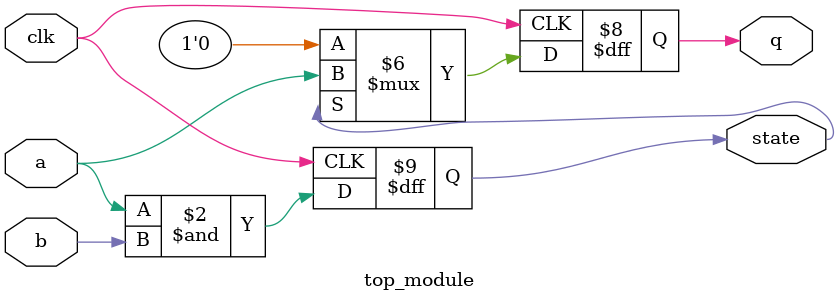
<source format=sv>
module top_module (
	input clk,
	input a,
	input b,
	output reg q,
	output reg state
);

always @(posedge clk) begin
	// Sequential logic
	state <= a & b;
end

always @(posedge clk) begin
	// Combinational logic
	if(state == 1'b1) begin
		q <= a;
	end else begin
		q <= 1'b0;
	end
end

endmodule

</source>
